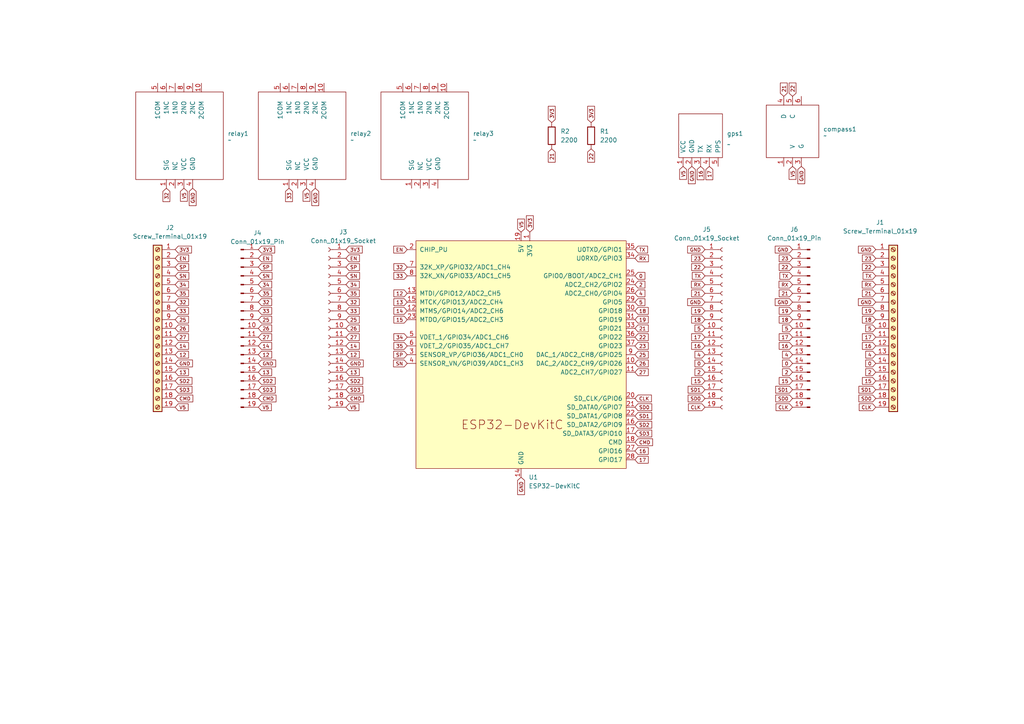
<source format=kicad_sch>
(kicad_sch (version 20231120) (generator "eeschema") (generator_version "8.0")
  (paper "A4")
  (title_block (title "Принципиальная схема") (comment 1 "00.00.001") (comment 2 "Козьмин А."))
  (lib_symbols
    (symbol "Connector:Conn_01x19_Pin" (pin_names (offset 1.016) hide)
      (property "Reference" "J" (at 0 25.4 0))
      (property "Value" "Conn_01x19_Pin" (at 0 -25.4 0))
      (symbol "Conn_01x19_Pin_1_1"
        (polyline (pts (xy 1.27 -22.86) (xy 0.8636 -22.86)) (stroke (width 0.1524)))
        (polyline (pts (xy 1.27 -20.32) (xy 0.8636 -20.32)) (stroke (width 0.1524)))
        (polyline (pts (xy 1.27 -17.78) (xy 0.8636 -17.78)) (stroke (width 0.1524)))
        (polyline (pts (xy 1.27 -15.24) (xy 0.8636 -15.24)) (stroke (width 0.1524)))
        (polyline (pts (xy 1.27 -12.7) (xy 0.8636 -12.7)) (stroke (width 0.1524)))
        (polyline (pts (xy 1.27 -10.16) (xy 0.8636 -10.16)) (stroke (width 0.1524)))
        (polyline (pts (xy 1.27 -7.62) (xy 0.8636 -7.62)) (stroke (width 0.1524)))
        (polyline (pts (xy 1.27 -5.08) (xy 0.8636 -5.08)) (stroke (width 0.1524)))
        (polyline (pts (xy 1.27 -2.54) (xy 0.8636 -2.54)) (stroke (width 0.1524)))
        (polyline (pts (xy 1.27 0) (xy 0.8636 0)) (stroke (width 0.1524)))
        (polyline (pts (xy 1.27 2.54) (xy 0.8636 2.54)) (stroke (width 0.1524)))
        (polyline (pts (xy 1.27 5.08) (xy 0.8636 5.08)) (stroke (width 0.1524)))
        (polyline (pts (xy 1.27 7.62) (xy 0.8636 7.62)) (stroke (width 0.1524)))
        (polyline (pts (xy 1.27 10.16) (xy 0.8636 10.16)) (stroke (width 0.1524)))
        (polyline (pts (xy 1.27 12.7) (xy 0.8636 12.7)) (stroke (width 0.1524)))
        (polyline (pts (xy 1.27 15.24) (xy 0.8636 15.24)) (stroke (width 0.1524)))
        (polyline (pts (xy 1.27 17.78) (xy 0.8636 17.78)) (stroke (width 0.1524)))
        (polyline (pts (xy 1.27 20.32) (xy 0.8636 20.32)) (stroke (width 0.1524)))
        (polyline (pts (xy 1.27 22.86) (xy 0.8636 22.86)) (stroke (width 0.1524)))
        (rectangle (start 0.8636 -22.733) (end 0 -22.987) (stroke (width 0.1524)) (fill (type outline)))
        (rectangle (start 0.8636 -20.193) (end 0 -20.447) (stroke (width 0.1524)) (fill (type outline)))
        (rectangle (start 0.8636 -17.653) (end 0 -17.907) (stroke (width 0.1524)) (fill (type outline)))
        (rectangle (start 0.8636 -15.113) (end 0 -15.367) (stroke (width 0.1524)) (fill (type outline)))
        (rectangle (start 0.8636 -12.573) (end 0 -12.827) (stroke (width 0.1524)) (fill (type outline)))
        (rectangle (start 0.8636 -10.033) (end 0 -10.287) (stroke (width 0.1524)) (fill (type outline)))
        (rectangle (start 0.8636 -7.493) (end 0 -7.747) (stroke (width 0.1524)) (fill (type outline)))
        (rectangle (start 0.8636 -4.953) (end 0 -5.207) (stroke (width 0.1524)) (fill (type outline)))
        (rectangle (start 0.8636 -2.413) (end 0 -2.667) (stroke (width 0.1524)) (fill (type outline)))
        (rectangle (start 0.8636 0.127) (end 0 -0.127) (stroke (width 0.1524)) (fill (type outline)))
        (rectangle (start 0.8636 2.667) (end 0 2.413) (stroke (width 0.1524)) (fill (type outline)))
        (rectangle (start 0.8636 5.207) (end 0 4.953) (stroke (width 0.1524)) (fill (type outline)))
        (rectangle (start 0.8636 7.747) (end 0 7.493) (stroke (width 0.1524)) (fill (type outline)))
        (rectangle (start 0.8636 10.287) (end 0 10.033) (stroke (width 0.1524)) (fill (type outline)))
        (rectangle (start 0.8636 12.827) (end 0 12.573) (stroke (width 0.1524)) (fill (type outline)))
        (rectangle (start 0.8636 15.367) (end 0 15.113) (stroke (width 0.1524)) (fill (type outline)))
        (rectangle (start 0.8636 17.907) (end 0 17.653) (stroke (width 0.1524)) (fill (type outline)))
        (rectangle (start 0.8636 20.447) (end 0 20.193) (stroke (width 0.1524)) (fill (type outline)))
        (rectangle (start 0.8636 22.987) (end 0 22.733) (stroke (width 0.1524)) (fill (type outline)))
        (pin passive line (at 5.08 22.86 180) (length 3.81) (name "Pin_1") (number "1"))
        (pin passive line (at 5.08 0 180) (length 3.81) (name "Pin_10") (number "10"))
        (pin passive line (at 5.08 -2.54 180) (length 3.81) (name "Pin_11") (number "11"))
        (pin passive line (at 5.08 -5.08 180) (length 3.81) (name "Pin_12") (number "12"))
        (pin passive line (at 5.08 -7.62 180) (length 3.81) (name "Pin_13") (number "13"))
        (pin passive line (at 5.08 -10.16 180) (length 3.81) (name "Pin_14") (number "14"))
        (pin passive line (at 5.08 -12.7 180) (length 3.81) (name "Pin_15") (number "15"))
        (pin passive line (at 5.08 -15.24 180) (length 3.81) (name "Pin_16") (number "16"))
        (pin passive line (at 5.08 -17.78 180) (length 3.81) (name "Pin_17") (number "17"))
        (pin passive line (at 5.08 -20.32 180) (length 3.81) (name "Pin_18") (number "18"))
        (pin passive line (at 5.08 -22.86 180) (length 3.81) (name "Pin_19") (number "19"))
        (pin passive line (at 5.08 20.32 180) (length 3.81) (name "Pin_2") (number "2"))
        (pin passive line (at 5.08 17.78 180) (length 3.81) (name "Pin_3") (number "3"))
        (pin passive line (at 5.08 15.24 180) (length 3.81) (name "Pin_4") (number "4"))
        (pin passive line (at 5.08 12.7 180) (length 3.81) (name "Pin_5") (number "5"))
        (pin passive line (at 5.08 10.16 180) (length 3.81) (name "Pin_6") (number "6"))
        (pin passive line (at 5.08 7.62 180) (length 3.81) (name "Pin_7") (number "7"))
        (pin passive line (at 5.08 5.08 180) (length 3.81) (name "Pin_8") (number "8"))
        (pin passive line (at 5.08 2.54 180) (length 3.81) (name "Pin_9") (number "9"))
      )
    )
    (symbol "Connector:Conn_01x19_Socket" (pin_names (offset 1.016) hide)
      (property "Reference" "J" (at 0 25.4 0))
      (property "Value" "Conn_01x19_Socket" (at 0 -25.4 0))
      (symbol "Conn_01x19_Socket_1_1"
        (arc (start 0 -22.352) (mid -0.5058 -22.86) (end 0 -23.368) (stroke (width 0.1524)))
        (arc (start 0 -19.812) (mid -0.5058 -20.32) (end 0 -20.828) (stroke (width 0.1524)))
        (arc (start 0 -17.272) (mid -0.5058 -17.78) (end 0 -18.288) (stroke (width 0.1524)))
        (arc (start 0 -14.732) (mid -0.5058 -15.24) (end 0 -15.748) (stroke (width 0.1524)))
        (arc (start 0 -12.192) (mid -0.5058 -12.7) (end 0 -13.208) (stroke (width 0.1524)))
        (arc (start 0 -9.652) (mid -0.5058 -10.16) (end 0 -10.668) (stroke (width 0.1524)))
        (arc (start 0 -7.112) (mid -0.5058 -7.62) (end 0 -8.128) (stroke (width 0.1524)))
        (arc (start 0 -4.572) (mid -0.5058 -5.08) (end 0 -5.588) (stroke (width 0.1524)))
        (arc (start 0 -2.032) (mid -0.5058 -2.54) (end 0 -3.048) (stroke (width 0.1524)))
        (polyline (pts (xy -1.27 -22.86) (xy -0.508 -22.86)) (stroke (width 0.1524)))
        (polyline (pts (xy -1.27 -20.32) (xy -0.508 -20.32)) (stroke (width 0.1524)))
        (polyline (pts (xy -1.27 -17.78) (xy -0.508 -17.78)) (stroke (width 0.1524)))
        (polyline (pts (xy -1.27 -15.24) (xy -0.508 -15.24)) (stroke (width 0.1524)))
        (polyline (pts (xy -1.27 -12.7) (xy -0.508 -12.7)) (stroke (width 0.1524)))
        (polyline (pts (xy -1.27 -10.16) (xy -0.508 -10.16)) (stroke (width 0.1524)))
        (polyline (pts (xy -1.27 -7.62) (xy -0.508 -7.62)) (stroke (width 0.1524)))
        (polyline (pts (xy -1.27 -5.08) (xy -0.508 -5.08)) (stroke (width 0.1524)))
        (polyline (pts (xy -1.27 -2.54) (xy -0.508 -2.54)) (stroke (width 0.1524)))
        (polyline (pts (xy -1.27 0) (xy -0.508 0)) (stroke (width 0.1524)))
        (polyline (pts (xy -1.27 2.54) (xy -0.508 2.54)) (stroke (width 0.1524)))
        (polyline (pts (xy -1.27 5.08) (xy -0.508 5.08)) (stroke (width 0.1524)))
        (polyline (pts (xy -1.27 7.62) (xy -0.508 7.62)) (stroke (width 0.1524)))
        (polyline (pts (xy -1.27 10.16) (xy -0.508 10.16)) (stroke (width 0.1524)))
        (polyline (pts (xy -1.27 12.7) (xy -0.508 12.7)) (stroke (width 0.1524)))
        (polyline (pts (xy -1.27 15.24) (xy -0.508 15.24)) (stroke (width 0.1524)))
        (polyline (pts (xy -1.27 17.78) (xy -0.508 17.78)) (stroke (width 0.1524)))
        (polyline (pts (xy -1.27 20.32) (xy -0.508 20.32)) (stroke (width 0.1524)))
        (polyline (pts (xy -1.27 22.86) (xy -0.508 22.86)) (stroke (width 0.1524)))
        (arc (start 0 0.508) (mid -0.5058 0) (end 0 -0.508) (stroke (width 0.1524)))
        (arc (start 0 3.048) (mid -0.5058 2.54) (end 0 2.032) (stroke (width 0.1524)))
        (arc (start 0 5.588) (mid -0.5058 5.08) (end 0 4.572) (stroke (width 0.1524)))
        (arc (start 0 8.128) (mid -0.5058 7.62) (end 0 7.112) (stroke (width 0.1524)))
        (arc (start 0 10.668) (mid -0.5058 10.16) (end 0 9.652) (stroke (width 0.1524)))
        (arc (start 0 13.208) (mid -0.5058 12.7) (end 0 12.192) (stroke (width 0.1524)))
        (arc (start 0 15.748) (mid -0.5058 15.24) (end 0 14.732) (stroke (width 0.1524)))
        (arc (start 0 18.288) (mid -0.5058 17.78) (end 0 17.272) (stroke (width 0.1524)))
        (arc (start 0 20.828) (mid -0.5058 20.32) (end 0 19.812) (stroke (width 0.1524)))
        (arc (start 0 23.368) (mid -0.5058 22.86) (end 0 22.352) (stroke (width 0.1524)))
        (pin passive line (at -5.08 22.86 0) (length 3.81) (name "Pin_1") (number "1"))
        (pin passive line (at -5.08 0 0) (length 3.81) (name "Pin_10") (number "10"))
        (pin passive line (at -5.08 -2.54 0) (length 3.81) (name "Pin_11") (number "11"))
        (pin passive line (at -5.08 -5.08 0) (length 3.81) (name "Pin_12") (number "12"))
        (pin passive line (at -5.08 -7.62 0) (length 3.81) (name "Pin_13") (number "13"))
        (pin passive line (at -5.08 -10.16 0) (length 3.81) (name "Pin_14") (number "14"))
        (pin passive line (at -5.08 -12.7 0) (length 3.81) (name "Pin_15") (number "15"))
        (pin passive line (at -5.08 -15.24 0) (length 3.81) (name "Pin_16") (number "16"))
        (pin passive line (at -5.08 -17.78 0) (length 3.81) (name "Pin_17") (number "17"))
        (pin passive line (at -5.08 -20.32 0) (length 3.81) (name "Pin_18") (number "18"))
        (pin passive line (at -5.08 -22.86 0) (length 3.81) (name "Pin_19") (number "19"))
        (pin passive line (at -5.08 20.32 0) (length 3.81) (name "Pin_2") (number "2"))
        (pin passive line (at -5.08 17.78 0) (length 3.81) (name "Pin_3") (number "3"))
        (pin passive line (at -5.08 15.24 0) (length 3.81) (name "Pin_4") (number "4"))
        (pin passive line (at -5.08 12.7 0) (length 3.81) (name "Pin_5") (number "5"))
        (pin passive line (at -5.08 10.16 0) (length 3.81) (name "Pin_6") (number "6"))
        (pin passive line (at -5.08 7.62 0) (length 3.81) (name "Pin_7") (number "7"))
        (pin passive line (at -5.08 5.08 0) (length 3.81) (name "Pin_8") (number "8"))
        (pin passive line (at -5.08 2.54 0) (length 3.81) (name "Pin_9") (number "9"))
      )
    )
    (symbol "Connector:Screw_Terminal_01x19" (pin_names (offset 1.016) hide)
      (property "Reference" "J" (at 0 25.4 0))
      (property "Value" "Screw_Terminal_01x19" (at 0 -25.4 0))
      (symbol "Screw_Terminal_01x19_1_1"
        (rectangle (start -1.27 24.13) (end 1.27 -24.13) (stroke (width 0.254)) (fill (type background)))
        (circle (center 0 -22.86) (radius 0.635) (stroke (width 0.1524)))
        (circle (center 0 -20.32) (radius 0.635) (stroke (width 0.1524)))
        (circle (center 0 -17.78) (radius 0.635) (stroke (width 0.1524)))
        (circle (center 0 -15.24) (radius 0.635) (stroke (width 0.1524)))
        (circle (center 0 -12.7) (radius 0.635) (stroke (width 0.1524)))
        (circle (center 0 -10.16) (radius 0.635) (stroke (width 0.1524)))
        (circle (center 0 -7.62) (radius 0.635) (stroke (width 0.1524)))
        (circle (center 0 -5.08) (radius 0.635) (stroke (width 0.1524)))
        (circle (center 0 -2.54) (radius 0.635) (stroke (width 0.1524)))
        (polyline (pts (xy -0.5334 -22.5298) (xy 0.3302 -23.368)) (stroke (width 0.1524)))
        (polyline (pts (xy -0.5334 -19.9898) (xy 0.3302 -20.828)) (stroke (width 0.1524)))
        (polyline (pts (xy -0.5334 -17.4498) (xy 0.3302 -18.288)) (stroke (width 0.1524)))
        (polyline (pts (xy -0.5334 -14.9098) (xy 0.3302 -15.748)) (stroke (width 0.1524)))
        (polyline (pts (xy -0.5334 -12.3698) (xy 0.3302 -13.208)) (stroke (width 0.1524)))
        (polyline (pts (xy -0.5334 -9.8298) (xy 0.3302 -10.668)) (stroke (width 0.1524)))
        (polyline (pts (xy -0.5334 -7.2898) (xy 0.3302 -8.128)) (stroke (width 0.1524)))
        (polyline (pts (xy -0.5334 -4.7498) (xy 0.3302 -5.588)) (stroke (width 0.1524)))
        (polyline (pts (xy -0.5334 -2.2098) (xy 0.3302 -3.048)) (stroke (width 0.1524)))
        (polyline (pts (xy -0.5334 0.3302) (xy 0.3302 -0.508)) (stroke (width 0.1524)))
        (polyline (pts (xy -0.5334 2.8702) (xy 0.3302 2.032)) (stroke (width 0.1524)))
        (polyline (pts (xy -0.5334 5.4102) (xy 0.3302 4.572)) (stroke (width 0.1524)))
        (polyline (pts (xy -0.5334 7.9502) (xy 0.3302 7.112)) (stroke (width 0.1524)))
        (polyline (pts (xy -0.5334 10.4902) (xy 0.3302 9.652)) (stroke (width 0.1524)))
        (polyline (pts (xy -0.5334 13.0302) (xy 0.3302 12.192)) (stroke (width 0.1524)))
        (polyline (pts (xy -0.5334 15.5702) (xy 0.3302 14.732)) (stroke (width 0.1524)))
        (polyline (pts (xy -0.5334 18.1102) (xy 0.3302 17.272)) (stroke (width 0.1524)))
        (polyline (pts (xy -0.5334 20.6502) (xy 0.3302 19.812)) (stroke (width 0.1524)))
        (polyline (pts (xy -0.5334 23.1902) (xy 0.3302 22.352)) (stroke (width 0.1524)))
        (polyline (pts (xy -0.3556 -22.352) (xy 0.508 -23.1902)) (stroke (width 0.1524)))
        (polyline (pts (xy -0.3556 -19.812) (xy 0.508 -20.6502)) (stroke (width 0.1524)))
        (polyline (pts (xy -0.3556 -17.272) (xy 0.508 -18.1102)) (stroke (width 0.1524)))
        (polyline (pts (xy -0.3556 -14.732) (xy 0.508 -15.5702)) (stroke (width 0.1524)))
        (polyline (pts (xy -0.3556 -12.192) (xy 0.508 -13.0302)) (stroke (width 0.1524)))
        (polyline (pts (xy -0.3556 -9.652) (xy 0.508 -10.4902)) (stroke (width 0.1524)))
        (polyline (pts (xy -0.3556 -7.112) (xy 0.508 -7.9502)) (stroke (width 0.1524)))
        (polyline (pts (xy -0.3556 -4.572) (xy 0.508 -5.4102)) (stroke (width 0.1524)))
        (polyline (pts (xy -0.3556 -2.032) (xy 0.508 -2.8702)) (stroke (width 0.1524)))
        (polyline (pts (xy -0.3556 0.508) (xy 0.508 -0.3302)) (stroke (width 0.1524)))
        (polyline (pts (xy -0.3556 3.048) (xy 0.508 2.2098)) (stroke (width 0.1524)))
        (polyline (pts (xy -0.3556 5.588) (xy 0.508 4.7498)) (stroke (width 0.1524)))
        (polyline (pts (xy -0.3556 8.128) (xy 0.508 7.2898)) (stroke (width 0.1524)))
        (polyline (pts (xy -0.3556 10.668) (xy 0.508 9.8298)) (stroke (width 0.1524)))
        (polyline (pts (xy -0.3556 13.208) (xy 0.508 12.3698)) (stroke (width 0.1524)))
        (polyline (pts (xy -0.3556 15.748) (xy 0.508 14.9098)) (stroke (width 0.1524)))
        (polyline (pts (xy -0.3556 18.288) (xy 0.508 17.4498)) (stroke (width 0.1524)))
        (polyline (pts (xy -0.3556 20.828) (xy 0.508 19.9898)) (stroke (width 0.1524)))
        (polyline (pts (xy -0.3556 23.368) (xy 0.508 22.5298)) (stroke (width 0.1524)))
        (circle (center 0 0) (radius 0.635) (stroke (width 0.1524)))
        (circle (center 0 2.54) (radius 0.635) (stroke (width 0.1524)))
        (circle (center 0 5.08) (radius 0.635) (stroke (width 0.1524)))
        (circle (center 0 7.62) (radius 0.635) (stroke (width 0.1524)))
        (circle (center 0 10.16) (radius 0.635) (stroke (width 0.1524)))
        (circle (center 0 12.7) (radius 0.635) (stroke (width 0.1524)))
        (circle (center 0 15.24) (radius 0.635) (stroke (width 0.1524)))
        (circle (center 0 17.78) (radius 0.635) (stroke (width 0.1524)))
        (circle (center 0 20.32) (radius 0.635) (stroke (width 0.1524)))
        (circle (center 0 22.86) (radius 0.635) (stroke (width 0.1524)))
        (pin passive line (at -5.08 22.86 0) (length 3.81) (name "Pin_1") (number "1"))
        (pin passive line (at -5.08 0 0) (length 3.81) (name "Pin_10") (number "10"))
        (pin passive line (at -5.08 -2.54 0) (length 3.81) (name "Pin_11") (number "11"))
        (pin passive line (at -5.08 -5.08 0) (length 3.81) (name "Pin_12") (number "12"))
        (pin passive line (at -5.08 -7.62 0) (length 3.81) (name "Pin_13") (number "13"))
        (pin passive line (at -5.08 -10.16 0) (length 3.81) (name "Pin_14") (number "14"))
        (pin passive line (at -5.08 -12.7 0) (length 3.81) (name "Pin_15") (number "15"))
        (pin passive line (at -5.08 -15.24 0) (length 3.81) (name "Pin_16") (number "16"))
        (pin passive line (at -5.08 -17.78 0) (length 3.81) (name "Pin_17") (number "17"))
        (pin passive line (at -5.08 -20.32 0) (length 3.81) (name "Pin_18") (number "18"))
        (pin passive line (at -5.08 -22.86 0) (length 3.81) (name "Pin_19") (number "19"))
        (pin passive line (at -5.08 20.32 0) (length 3.81) (name "Pin_2") (number "2"))
        (pin passive line (at -5.08 17.78 0) (length 3.81) (name "Pin_3") (number "3"))
        (pin passive line (at -5.08 15.24 0) (length 3.81) (name "Pin_4") (number "4"))
        (pin passive line (at -5.08 12.7 0) (length 3.81) (name "Pin_5") (number "5"))
        (pin passive line (at -5.08 10.16 0) (length 3.81) (name "Pin_6") (number "6"))
        (pin passive line (at -5.08 7.62 0) (length 3.81) (name "Pin_7") (number "7"))
        (pin passive line (at -5.08 5.08 0) (length 3.81) (name "Pin_8") (number "8"))
        (pin passive line (at -5.08 2.54 0) (length 3.81) (name "Pin_9") (number "9"))
      )
    )
    (symbol "Device:R" (pin_numbers hide) (pin_names (offset 0))
      (property "Reference" "R" (at 2.032 0 90))
      (property "Value" "R" (at 0 0 90))
      (symbol "R_0_1"
        (rectangle (start -1.016 -2.54) (end 1.016 2.54) (stroke (width 0.254)))
      )
      (symbol "R_1_1"
        (pin passive line (at 0 3.81 270) (length 1.27) (name "~") (number "1"))
        (pin passive line (at 0 -3.81 90) (length 1.27) (name "~") (number "2"))
      )
    )
    (symbol "PCM_Espressif:ESP32-DevKitC" (pin_names (offset 1.016))
      (property "Reference" "U" (at -30.48 38.1 0))
      (property "Value" "ESP32-DevKitC" (at -30.48 35.56 0))
      (symbol "ESP32-DevKitC_0_0"
        (text "ESP32-DevKitC" (at -2.54 -20.32 0) (effects (font (size 2.54 2.54))))
        (pin power_in line (at 0 -35.56 90) (length 2.54) (name "GND") (number "14"))
        (pin power_in line (at 0 35.56 270) (length 2.54) (name "5V") (number "19"))
      )
      (symbol "ESP32-DevKitC_0_1"
        (rectangle (start -30.48 33.02) (end 30.48 -33.02) (fill (type background)))
      )
      (symbol "ESP32-DevKitC_1_1"
        (pin power_in line (at 2.54 35.56 270) (length 2.54) (name "3V3") (number "1"))
        (pin bidirectional line (at 33.02 -2.54 180) (length 2.54) (name "DAC_2/ADC2_CH9/GPIO26") (number "10"))
        (pin bidirectional line (at 33.02 -5.08 180) (length 2.54) (name "ADC2_CH7/GPIO27") (number "11"))
        (pin bidirectional line (at -33.02 12.7 0) (length 2.54) (name "MTMS/GPIO14/ADC2_CH6") (number "12"))
        (pin bidirectional line (at -33.02 17.78 0) (length 2.54) (name "MTDI/GPIO12/ADC2_CH5") (number "13"))
        (pin bidirectional line (at -33.02 15.24 0) (length 2.54) (name "MTCK/GPIO13/ADC2_CH4") (number "15"))
        (pin bidirectional line (at 33.02 -20.32 180) (length 2.54) (name "SD_DATA2/GPIO9") (number "16"))
        (pin bidirectional line (at 33.02 -22.86 180) (length 2.54) (name "SD_DATA3/GPIO10") (number "17"))
        (pin bidirectional line (at 33.02 -25.4 180) (length 2.54) (name "CMD") (number "18"))
        (pin input line (at -33.02 30.48 0) (length 2.54) (name "CHIP_PU") (number "2"))
        (pin bidirectional line (at 33.02 -12.7 180) (length 2.54) (name "SD_CLK/GPIO6") (number "20"))
        (pin bidirectional line (at 33.02 -15.24 180) (length 2.54) (name "SD_DATA0/GPIO7") (number "21"))
        (pin bidirectional line (at 33.02 -17.78 180) (length 2.54) (name "SD_DATA1/GPIO8") (number "22"))
        (pin bidirectional line (at -33.02 10.16 0) (length 2.54) (name "MTDO/GPIO15/ADC2_CH3") (number "23"))
        (pin bidirectional line (at 33.02 20.32 180) (length 2.54) (name "ADC2_CH2/GPIO2") (number "24"))
        (pin bidirectional line (at 33.02 22.86 180) (length 2.54) (name "GPIO0/BOOT/ADC2_CH1") (number "25"))
        (pin bidirectional line (at 33.02 17.78 180) (length 2.54) (name "ADC2_CH0/GPIO4") (number "26"))
        (pin bidirectional line (at 33.02 -27.94 180) (length 2.54) (name "GPIO16") (number "27"))
        (pin bidirectional line (at 33.02 -30.48 180) (length 2.54) (name "GPIO17") (number "28"))
        (pin bidirectional line (at 33.02 15.24 180) (length 2.54) (name "GPIO5") (number "29"))
        (pin input line (at -33.02 0 0) (length 2.54) (name "SENSOR_VP/GPIO36/ADC1_CH0") (number "3"))
        (pin bidirectional line (at 33.02 12.7 180) (length 2.54) (name "GPIO18") (number "30"))
        (pin bidirectional line (at 33.02 10.16 180) (length 2.54) (name "GPIO19") (number "31"))
        (pin passive line (at 0 -35.56 90) (length 2.54) hide (name "GND") (number "32"))
        (pin bidirectional line (at 33.02 7.62 180) (length 2.54) (name "GPIO21") (number "33"))
        (pin bidirectional line (at 33.02 27.94 180) (length 2.54) (name "U0RXD/GPIO3") (number "34"))
        (pin bidirectional line (at 33.02 30.48 180) (length 2.54) (name "U0TXD/GPIO1") (number "35"))
        (pin bidirectional line (at 33.02 5.08 180) (length 2.54) (name "GPIO22") (number "36"))
        (pin bidirectional line (at 33.02 2.54 180) (length 2.54) (name "GPIO23") (number "37"))
        (pin passive line (at 0 -35.56 90) (length 2.54) hide (name "GND") (number "38"))
        (pin input line (at -33.02 -2.54 0) (length 2.54) (name "SENSOR_VN/GPIO39/ADC1_CH3") (number "4"))
        (pin input line (at -33.02 5.08 0) (length 2.54) (name "VDET_1/GPIO34/ADC1_CH6") (number "5"))
        (pin input line (at -33.02 2.54 0) (length 2.54) (name "VDET_2/GPIO35/ADC1_CH7") (number "6"))
        (pin bidirectional line (at -33.02 25.4 0) (length 2.54) (name "32K_XP/GPIO32/ADC1_CH4") (number "7"))
        (pin bidirectional line (at -33.02 22.86 0) (length 2.54) (name "32K_XN/GPIO33/ADC1_CH5") (number "8"))
        (pin bidirectional line (at 33.02 0 180) (length 2.54) (name "DAC_1/ADC2_CH8/GPIO25") (number "9"))
      )
    )
    (symbol "slon_modules:compass" (pin_names (offset 2.54))
      (property "Reference" "U" (at -8.382 -7.366 0))
      (symbol "compass_0_1"
        (rectangle (start 7.62 0) (end -7.62 15.24))
      )
      (symbol "compass_1_1"
        (pin passive line (at -2.54 -2.54 90) (length 2.54) (name "") (number "1"))
        (pin power_in line (at 0 -2.54 90) (length 2.54) (name "V") (number "2"))
        (pin power_in line (at 2.54 -2.54 90) (length 2.54) (name "G") (number "3"))
        (pin bidirectional line (at -2.54 17.78 270) (length 2.54) (name "D") (number "4"))
        (pin bidirectional line (at 0 17.78 270) (length 2.54) (name "C") (number "5"))
        (pin passive line (at 2.54 17.78 270) (length 2.54) (name "") (number "6"))
      )
    )
    (symbol "slon_modules:gps" (pin_names (offset 1.27))
      (property "Reference" "gps" (at 6.096 14.732 0))
      (symbol "gps_0_1"
        (rectangle (start 0 12.7) (end 12.7 0))
      )
      (symbol "gps_1_1"
        (pin power_in line (at 1.27 -2.54 90) (length 2.54) (name "VCC") (number "1"))
        (pin power_in line (at 3.81 -2.54 90) (length 2.54) (name "GND") (number "2"))
        (pin output line (at 6.35 -2.54 90) (length 2.54) (name "TX") (number "3"))
        (pin input line (at 8.89 -2.54 90) (length 2.54) (name "RX") (number "4"))
        (pin passive line (at 11.43 -2.54 90) (length 2.54) (name "PPS") (number "5"))
      )
    )
    (symbol "slon_modules:relay" (pin_names (offset 2.54))
      (property "Reference" "relay" (at 0 12.446 0))
      (symbol "relay_0_1"
        (rectangle (start -12.7 25.4) (end 12.7 0))
      )
      (symbol "relay_1_1"
        (pin input line (at -3.81 -2.54 90) (length 2.54) (name "SIG") (number "1"))
        (pin power_in line (at 6.35 27.94 270) (length 2.54) (name "2COM") (number "10"))
        (pin passive line (at -1.27 -2.54 90) (length 2.54) (name "NC") (number "2"))
        (pin power_in line (at 1.27 -2.54 90) (length 2.54) (name "VCC") (number "3"))
        (pin power_in line (at 3.81 -2.54 90) (length 2.54) (name "GND") (number "4"))
        (pin power_in line (at -6.35 27.94 270) (length 2.54) (name "1COM") (number "5"))
        (pin power_out line (at -3.81 27.94 270) (length 2.54) (name "1NC") (number "6"))
        (pin power_out line (at -1.27 27.94 270) (length 2.54) (name "1NO") (number "7"))
        (pin power_out line (at 1.27 27.94 270) (length 2.54) (name "2NO") (number "8"))
        (pin power_out line (at 3.81 27.94 270) (length 2.54) (name "2NC") (number "9"))
      )
    )
  )
  (global_label "12" (shape input) (at 50.8 102.87 0) (effects (font (size 1.016 1.016))) (property "Intersheetrefs" "${INTERSHEET_REFS}" (effects (hide yes))))
  (global_label "21" (shape input) (at 160.02 43.18 270) (effects (font (size 1.016 1.016))) (property "Intersheetrefs" "${INTERSHEET_REFS}" (effects (hide yes))))
  (global_label "4" (shape input) (at 229.87 102.87 180) (effects (font (size 1.016 1.016))) (property "Intersheetrefs" "${INTERSHEET_REFS}" (effects (hide yes))))
  (global_label "2" (shape input) (at 229.87 107.95 180) (effects (font (size 1.016 1.016))) (property "Intersheetrefs" "${INTERSHEET_REFS}" (effects (hide yes))))
  (global_label "EN" (shape input) (at 74.93 74.93 0) (effects (font (size 1.016 1.016))) (property "Intersheetrefs" "${INTERSHEET_REFS}" (effects (hide yes))))
  (global_label "SD1" (shape input) (at 229.87 113.03 180) (effects (font (size 1.016 1.016))) (property "Intersheetrefs" "${INTERSHEET_REFS}" (effects (hide yes))))
  (global_label "3V3" (shape input) (at 153.67 67.31 90) (effects (font (size 1.016 1.016))) (property "Intersheetrefs" "${INTERSHEET_REFS}" (effects (hide yes))))
  (global_label "SD2" (shape input) (at 50.8 110.49 0) (effects (font (size 1.016 1.016))) (property "Intersheetrefs" "${INTERSHEET_REFS}" (effects (hide yes))))
  (global_label "14" (shape input) (at 118.11 90.17 180) (effects (font (size 1.016 1.016))) (property "Intersheetrefs" "${INTERSHEET_REFS}" (effects (hide yes))))
  (global_label "4" (shape input) (at 254 102.87 180) (effects (font (size 1.016 1.016))) (property "Intersheetrefs" "${INTERSHEET_REFS}" (effects (hide yes))))
  (global_label "21" (shape input) (at 254 85.09 180) (effects (font (size 1.016 1.016))) (property "Intersheetrefs" "${INTERSHEET_REFS}" (effects (hide yes))))
  (global_label "V5" (shape input) (at 88.9 54.61 270) (effects (font (size 1.016 1.016))) (property "Intersheetrefs" "${INTERSHEET_REFS}" (effects (hide yes))))
  (global_label "SD0" (shape input) (at 254 115.57 180) (effects (font (size 1.016 1.016))) (property "Intersheetrefs" "${INTERSHEET_REFS}" (effects (hide yes))))
  (global_label "SD2" (shape input) (at 100.33 110.49 0) (effects (font (size 1.016 1.016))) (property "Intersheetrefs" "${INTERSHEET_REFS}" (effects (hide yes))))
  (global_label "18" (shape input) (at 229.87 92.71 180) (effects (font (size 1.016 1.016))) (property "Intersheetrefs" "${INTERSHEET_REFS}" (effects (hide yes))))
  (global_label "0" (shape input) (at 204.47 105.41 180) (effects (font (size 1.016 1.016))) (property "Intersheetrefs" "${INTERSHEET_REFS}" (effects (hide yes))))
  (global_label "25" (shape input) (at 50.8 92.71 0) (effects (font (size 1.016 1.016))) (property "Intersheetrefs" "${INTERSHEET_REFS}" (effects (hide yes))))
  (global_label "SD2" (shape input) (at 184.15 123.19 0) (effects (font (size 1.016 1.016))) (property "Intersheetrefs" "${INTERSHEET_REFS}" (effects (hide yes))))
  (global_label "15" (shape input) (at 204.47 110.49 180) (effects (font (size 1.016 1.016))) (property "Intersheetrefs" "${INTERSHEET_REFS}" (effects (hide yes))))
  (global_label "CMD" (shape input) (at 50.8 115.57 0) (effects (font (size 1.016 1.016))) (property "Intersheetrefs" "${INTERSHEET_REFS}" (effects (hide yes))))
  (global_label "16" (shape input) (at 203.2 48.26 270) (effects (font (size 1.016 1.016))) (property "Intersheetrefs" "${INTERSHEET_REFS}" (effects (hide yes))))
  (global_label "33" (shape input) (at 100.33 90.17 0) (effects (font (size 1.016 1.016))) (property "Intersheetrefs" "${INTERSHEET_REFS}" (effects (hide yes))))
  (global_label "SN" (shape input) (at 100.33 80.01 0) (effects (font (size 1.016 1.016))) (property "Intersheetrefs" "${INTERSHEET_REFS}" (effects (hide yes))))
  (global_label "25" (shape input) (at 184.15 102.87 0) (effects (font (size 1.016 1.016))) (property "Intersheetrefs" "${INTERSHEET_REFS}" (effects (hide yes))))
  (global_label "17" (shape input) (at 204.47 97.79 180) (effects (font (size 1.016 1.016))) (property "Intersheetrefs" "${INTERSHEET_REFS}" (effects (hide yes))))
  (global_label "TX" (shape input) (at 229.87 80.01 180) (effects (font (size 1.016 1.016))) (property "Intersheetrefs" "${INTERSHEET_REFS}" (effects (hide yes))))
  (global_label "3V3" (shape input) (at 100.33 72.39 0) (effects (font (size 1.016 1.016))) (property "Intersheetrefs" "${INTERSHEET_REFS}" (effects (hide yes))))
  (global_label "35" (shape input) (at 74.93 85.09 0) (effects (font (size 1.016 1.016))) (property "Intersheetrefs" "${INTERSHEET_REFS}" (effects (hide yes))))
  (global_label "21" (shape input) (at 184.15 95.25 0) (effects (font (size 1.016 1.016))) (property "Intersheetrefs" "${INTERSHEET_REFS}" (effects (hide yes))))
  (global_label "GND" (shape input) (at 100.33 105.41 0) (effects (font (size 1.016 1.016))) (property "Intersheetrefs" "${INTERSHEET_REFS}" (effects (hide yes))))
  (global_label "26" (shape input) (at 50.8 95.25 0) (effects (font (size 1.016 1.016))) (property "Intersheetrefs" "${INTERSHEET_REFS}" (effects (hide yes))))
  (global_label "V5" (shape input) (at 100.33 118.11 0) (effects (font (size 1.016 1.016))) (property "Intersheetrefs" "${INTERSHEET_REFS}" (effects (hide yes))))
  (global_label "23" (shape input) (at 184.15 100.33 0) (effects (font (size 1.016 1.016))) (property "Intersheetrefs" "${INTERSHEET_REFS}" (effects (hide yes))))
  (global_label "EN" (shape input) (at 100.33 74.93 0) (effects (font (size 1.016 1.016))) (property "Intersheetrefs" "${INTERSHEET_REFS}" (effects (hide yes))))
  (global_label "22" (shape input) (at 171.45 43.18 270) (effects (font (size 1.016 1.016))) (property "Intersheetrefs" "${INTERSHEET_REFS}" (effects (hide yes))))
  (global_label "13" (shape input) (at 100.33 107.95 0) (effects (font (size 1.016 1.016))) (property "Intersheetrefs" "${INTERSHEET_REFS}" (effects (hide yes))))
  (global_label "CMD" (shape input) (at 74.93 115.57 0) (effects (font (size 1.016 1.016))) (property "Intersheetrefs" "${INTERSHEET_REFS}" (effects (hide yes))))
  (global_label "0" (shape input) (at 254 105.41 180) (effects (font (size 1.016 1.016))) (property "Intersheetrefs" "${INTERSHEET_REFS}" (effects (hide yes))))
  (global_label "3V3" (shape input) (at 74.93 72.39 0) (effects (font (size 1.016 1.016))) (property "Intersheetrefs" "${INTERSHEET_REFS}" (effects (hide yes))))
  (global_label "22" (shape input) (at 229.87 77.47 180) (effects (font (size 1.016 1.016))) (property "Intersheetrefs" "${INTERSHEET_REFS}" (effects (hide yes))))
  (global_label "GND" (shape input) (at 229.87 87.63 180) (effects (font (size 1.016 1.016))) (property "Intersheetrefs" "${INTERSHEET_REFS}" (effects (hide yes))))
  (global_label "16" (shape input) (at 254 100.33 180) (effects (font (size 1.016 1.016))) (property "Intersheetrefs" "${INTERSHEET_REFS}" (effects (hide yes))))
  (global_label "SN" (shape input) (at 118.11 105.41 180) (effects (font (size 1.016 1.016))) (property "Intersheetrefs" "${INTERSHEET_REFS}" (effects (hide yes))))
  (global_label "5" (shape input) (at 254 95.25 180) (effects (font (size 1.016 1.016))) (property "Intersheetrefs" "${INTERSHEET_REFS}" (effects (hide yes))))
  (global_label "32" (shape input) (at 48.26 54.61 270) (effects (font (size 1.016 1.016))) (property "Intersheetrefs" "${INTERSHEET_REFS}" (effects (hide yes))))
  (global_label "3V3" (shape input) (at 160.02 35.56 90) (effects (font (size 1.016 1.016))) (property "Intersheetrefs" "${INTERSHEET_REFS}" (effects (hide yes))))
  (global_label "CMD" (shape input) (at 100.33 115.57 0) (effects (font (size 1.016 1.016))) (property "Intersheetrefs" "${INTERSHEET_REFS}" (effects (hide yes))))
  (global_label "22" (shape input) (at 184.15 97.79 0) (effects (font (size 1.016 1.016))) (property "Intersheetrefs" "${INTERSHEET_REFS}" (effects (hide yes))))
  (global_label "GND" (shape input) (at 50.8 105.41 0) (effects (font (size 1.016 1.016))) (property "Intersheetrefs" "${INTERSHEET_REFS}" (effects (hide yes))))
  (global_label "17" (shape input) (at 184.15 133.35 0) (effects (font (size 1.016 1.016))) (property "Intersheetrefs" "${INTERSHEET_REFS}" (effects (hide yes))))
  (global_label "RX" (shape input) (at 204.47 82.55 180) (effects (font (size 1.016 1.016))) (property "Intersheetrefs" "${INTERSHEET_REFS}" (effects (hide yes))))
  (global_label "12" (shape input) (at 100.33 102.87 0) (effects (font (size 1.016 1.016))) (property "Intersheetrefs" "${INTERSHEET_REFS}" (effects (hide yes))))
  (global_label "34" (shape input) (at 100.33 82.55 0) (effects (font (size 1.016 1.016))) (property "Intersheetrefs" "${INTERSHEET_REFS}" (effects (hide yes))))
  (global_label "3V3" (shape input) (at 171.45 35.56 90) (effects (font (size 1.016 1.016))) (property "Intersheetrefs" "${INTERSHEET_REFS}" (effects (hide yes))))
  (global_label "V5" (shape input) (at 229.87 48.26 270) (effects (font (size 1.016 1.016))) (property "Intersheetrefs" "${INTERSHEET_REFS}" (effects (hide yes))))
  (global_label "16" (shape input) (at 229.87 100.33 180) (effects (font (size 1.016 1.016))) (property "Intersheetrefs" "${INTERSHEET_REFS}" (effects (hide yes))))
  (global_label "18" (shape input) (at 204.47 92.71 180) (effects (font (size 1.016 1.016))) (property "Intersheetrefs" "${INTERSHEET_REFS}" (effects (hide yes))))
  (global_label "32" (shape input) (at 74.93 87.63 0) (effects (font (size 1.016 1.016))) (property "Intersheetrefs" "${INTERSHEET_REFS}" (effects (hide yes))))
  (global_label "EN" (shape input) (at 50.8 74.93 0) (effects (font (size 1.016 1.016))) (property "Intersheetrefs" "${INTERSHEET_REFS}" (effects (hide yes))))
  (global_label "14" (shape input) (at 100.33 100.33 0) (effects (font (size 1.016 1.016))) (property "Intersheetrefs" "${INTERSHEET_REFS}" (effects (hide yes))))
  (global_label "SD3" (shape input) (at 74.93 113.03 0) (effects (font (size 1.016 1.016))) (property "Intersheetrefs" "${INTERSHEET_REFS}" (effects (hide yes))))
  (global_label "2" (shape input) (at 204.47 107.95 180) (effects (font (size 1.016 1.016))) (property "Intersheetrefs" "${INTERSHEET_REFS}" (effects (hide yes))))
  (global_label "16" (shape input) (at 204.47 100.33 180) (effects (font (size 1.016 1.016))) (property "Intersheetrefs" "${INTERSHEET_REFS}" (effects (hide yes))))
  (global_label "23" (shape input) (at 254 74.93 180) (effects (font (size 1.016 1.016))) (property "Intersheetrefs" "${INTERSHEET_REFS}" (effects (hide yes))))
  (global_label "5" (shape input) (at 229.87 95.25 180) (effects (font (size 1.016 1.016))) (property "Intersheetrefs" "${INTERSHEET_REFS}" (effects (hide yes))))
  (global_label "SD1" (shape input) (at 184.15 120.65 0) (effects (font (size 1.016 1.016))) (property "Intersheetrefs" "${INTERSHEET_REFS}" (effects (hide yes))))
  (global_label "SD1" (shape input) (at 204.47 113.03 180) (effects (font (size 1.016 1.016))) (property "Intersheetrefs" "${INTERSHEET_REFS}" (effects (hide yes))))
  (global_label "GND" (shape input) (at 254 87.63 180) (effects (font (size 1.016 1.016))) (property "Intersheetrefs" "${INTERSHEET_REFS}" (effects (hide yes))))
  (global_label "27" (shape input) (at 50.8 97.79 0) (effects (font (size 1.016 1.016))) (property "Intersheetrefs" "${INTERSHEET_REFS}" (effects (hide yes))))
  (global_label "SN" (shape input) (at 50.8 80.01 0) (effects (font (size 1.016 1.016))) (property "Intersheetrefs" "${INTERSHEET_REFS}" (effects (hide yes))))
  (global_label "RX" (shape input) (at 254 82.55 180) (effects (font (size 1.016 1.016))) (property "Intersheetrefs" "${INTERSHEET_REFS}" (effects (hide yes))))
  (global_label "33" (shape input) (at 118.11 80.01 180) (effects (font (size 1.016 1.016))) (property "Intersheetrefs" "${INTERSHEET_REFS}" (effects (hide yes))))
  (global_label "22" (shape input) (at 229.87 27.94 90) (effects (font (size 1.016 1.016))) (property "Intersheetrefs" "${INTERSHEET_REFS}" (effects (hide yes))))
  (global_label "17" (shape input) (at 254 97.79 180) (effects (font (size 1.016 1.016))) (property "Intersheetrefs" "${INTERSHEET_REFS}" (effects (hide yes))))
  (global_label "2" (shape input) (at 184.15 82.55 0) (effects (font (size 1.016 1.016))) (property "Intersheetrefs" "${INTERSHEET_REFS}" (effects (hide yes))))
  (global_label "33" (shape input) (at 74.93 90.17 0) (effects (font (size 1.016 1.016))) (property "Intersheetrefs" "${INTERSHEET_REFS}" (effects (hide yes))))
  (global_label "CLK" (shape input) (at 184.15 115.57 0) (effects (font (size 1.016 1.016))) (property "Intersheetrefs" "${INTERSHEET_REFS}" (effects (hide yes))))
  (global_label "15" (shape input) (at 118.11 92.71 180) (effects (font (size 1.016 1.016))) (property "Intersheetrefs" "${INTERSHEET_REFS}" (effects (hide yes))))
  (global_label "0" (shape input) (at 184.15 80.01 0) (effects (font (size 1.016 1.016))) (property "Intersheetrefs" "${INTERSHEET_REFS}" (effects (hide yes))))
  (global_label "26" (shape input) (at 100.33 95.25 0) (effects (font (size 1.016 1.016))) (property "Intersheetrefs" "${INTERSHEET_REFS}" (effects (hide yes))))
  (global_label "TX" (shape input) (at 184.15 72.39 0) (effects (font (size 1.016 1.016))) (property "Intersheetrefs" "${INTERSHEET_REFS}" (effects (hide yes))))
  (global_label "13" (shape input) (at 50.8 107.95 0) (effects (font (size 1.016 1.016))) (property "Intersheetrefs" "${INTERSHEET_REFS}" (effects (hide yes))))
  (global_label "33" (shape input) (at 50.8 90.17 0) (effects (font (size 1.016 1.016))) (property "Intersheetrefs" "${INTERSHEET_REFS}" (effects (hide yes))))
  (global_label "27" (shape input) (at 184.15 107.95 0) (effects (font (size 1.016 1.016))) (property "Intersheetrefs" "${INTERSHEET_REFS}" (effects (hide yes))))
  (global_label "V5" (shape input) (at 50.8 118.11 0) (effects (font (size 1.016 1.016))) (property "Intersheetrefs" "${INTERSHEET_REFS}" (effects (hide yes))))
  (global_label "SD3" (shape input) (at 184.15 125.73 0) (effects (font (size 1.016 1.016))) (property "Intersheetrefs" "${INTERSHEET_REFS}" (effects (hide yes))))
  (global_label "SD0" (shape input) (at 229.87 115.57 180) (effects (font (size 1.016 1.016))) (property "Intersheetrefs" "${INTERSHEET_REFS}" (effects (hide yes))))
  (global_label "GND" (shape input) (at 151.13 138.43 270) (effects (font (size 1.016 1.016))) (property "Intersheetrefs" "${INTERSHEET_REFS}" (effects (hide yes))))
  (global_label "21" (shape input) (at 204.47 85.09 180) (effects (font (size 1.016 1.016))) (property "Intersheetrefs" "${INTERSHEET_REFS}" (effects (hide yes))))
  (global_label "21" (shape input) (at 227.33 27.94 90) (effects (font (size 1.016 1.016))) (property "Intersheetrefs" "${INTERSHEET_REFS}" (effects (hide yes))))
  (global_label "SD3" (shape input) (at 50.8 113.03 0) (effects (font (size 1.016 1.016))) (property "Intersheetrefs" "${INTERSHEET_REFS}" (effects (hide yes))))
  (global_label "5" (shape input) (at 204.47 95.25 180) (effects (font (size 1.016 1.016))) (property "Intersheetrefs" "${INTERSHEET_REFS}" (effects (hide yes))))
  (global_label "34" (shape input) (at 50.8 82.55 0) (effects (font (size 1.016 1.016))) (property "Intersheetrefs" "${INTERSHEET_REFS}" (effects (hide yes))))
  (global_label "GND" (shape input) (at 55.88 54.61 270) (effects (font (size 1.016 1.016))) (property "Intersheetrefs" "${INTERSHEET_REFS}" (effects (hide yes))))
  (global_label "25" (shape input) (at 100.33 92.71 0) (effects (font (size 1.016 1.016))) (property "Intersheetrefs" "${INTERSHEET_REFS}" (effects (hide yes))))
  (global_label "CLK" (shape input) (at 204.47 118.11 180) (effects (font (size 1.016 1.016))) (property "Intersheetrefs" "${INTERSHEET_REFS}" (effects (hide yes))))
  (global_label "16" (shape input) (at 184.15 130.81 0) (effects (font (size 1.016 1.016))) (property "Intersheetrefs" "${INTERSHEET_REFS}" (effects (hide yes))))
  (global_label "17" (shape input) (at 229.87 97.79 180) (effects (font (size 1.016 1.016))) (property "Intersheetrefs" "${INTERSHEET_REFS}" (effects (hide yes))))
  (global_label "19" (shape input) (at 184.15 92.71 0) (effects (font (size 1.016 1.016))) (property "Intersheetrefs" "${INTERSHEET_REFS}" (effects (hide yes))))
  (global_label "2" (shape input) (at 254 107.95 180) (effects (font (size 1.016 1.016))) (property "Intersheetrefs" "${INTERSHEET_REFS}" (effects (hide yes))))
  (global_label "34" (shape input) (at 74.93 82.55 0) (effects (font (size 1.016 1.016))) (property "Intersheetrefs" "${INTERSHEET_REFS}" (effects (hide yes))))
  (global_label "14" (shape input) (at 74.93 100.33 0) (effects (font (size 1.016 1.016))) (property "Intersheetrefs" "${INTERSHEET_REFS}" (effects (hide yes))))
  (global_label "32" (shape input) (at 100.33 87.63 0) (effects (font (size 1.016 1.016))) (property "Intersheetrefs" "${INTERSHEET_REFS}" (effects (hide yes))))
  (global_label "21" (shape input) (at 229.87 85.09 180) (effects (font (size 1.016 1.016))) (property "Intersheetrefs" "${INTERSHEET_REFS}" (effects (hide yes))))
  (global_label "SP" (shape input) (at 118.11 102.87 180) (effects (font (size 1.016 1.016))) (property "Intersheetrefs" "${INTERSHEET_REFS}" (effects (hide yes))))
  (global_label "EN" (shape input) (at 118.11 72.39 180) (effects (font (size 1.016 1.016))) (property "Intersheetrefs" "${INTERSHEET_REFS}" (effects (hide yes))))
  (global_label "SP" (shape input) (at 50.8 77.47 0) (effects (font (size 1.016 1.016))) (property "Intersheetrefs" "${INTERSHEET_REFS}" (effects (hide yes))))
  (global_label "22" (shape input) (at 254 77.47 180) (effects (font (size 1.016 1.016))) (property "Intersheetrefs" "${INTERSHEET_REFS}" (effects (hide yes))))
  (global_label "25" (shape input) (at 74.93 92.71 0) (effects (font (size 1.016 1.016))) (property "Intersheetrefs" "${INTERSHEET_REFS}" (effects (hide yes))))
  (global_label "TX" (shape input) (at 204.47 80.01 180) (effects (font (size 1.016 1.016))) (property "Intersheetrefs" "${INTERSHEET_REFS}" (effects (hide yes))))
  (global_label "26" (shape input) (at 184.15 105.41 0) (effects (font (size 1.016 1.016))) (property "Intersheetrefs" "${INTERSHEET_REFS}" (effects (hide yes))))
  (global_label "12" (shape input) (at 118.11 85.09 180) (effects (font (size 1.016 1.016))) (property "Intersheetrefs" "${INTERSHEET_REFS}" (effects (hide yes))))
  (global_label "RX" (shape input) (at 229.87 82.55 180) (effects (font (size 1.016 1.016))) (property "Intersheetrefs" "${INTERSHEET_REFS}" (effects (hide yes))))
  (global_label "27" (shape input) (at 74.93 97.79 0) (effects (font (size 1.016 1.016))) (property "Intersheetrefs" "${INTERSHEET_REFS}" (effects (hide yes))))
  (global_label "19" (shape input) (at 229.87 90.17 180) (effects (font (size 1.016 1.016))) (property "Intersheetrefs" "${INTERSHEET_REFS}" (effects (hide yes))))
  (global_label "0" (shape input) (at 229.87 105.41 180) (effects (font (size 1.016 1.016))) (property "Intersheetrefs" "${INTERSHEET_REFS}" (effects (hide yes))))
  (global_label "5" (shape input) (at 184.15 87.63 0) (effects (font (size 1.016 1.016))) (property "Intersheetrefs" "${INTERSHEET_REFS}" (effects (hide yes))))
  (global_label "32" (shape input) (at 118.11 77.47 180) (effects (font (size 1.016 1.016))) (property "Intersheetrefs" "${INTERSHEET_REFS}" (effects (hide yes))))
  (global_label "35" (shape input) (at 118.11 100.33 180) (effects (font (size 1.016 1.016))) (property "Intersheetrefs" "${INTERSHEET_REFS}" (effects (hide yes))))
  (global_label "33" (shape input) (at 83.82 54.61 270) (effects (font (size 1.016 1.016))) (property "Intersheetrefs" "${INTERSHEET_REFS}" (effects (hide yes))))
  (global_label "23" (shape input) (at 204.47 74.93 180) (effects (font (size 1.016 1.016))) (property "Intersheetrefs" "${INTERSHEET_REFS}" (effects (hide yes))))
  (global_label "SP" (shape input) (at 100.33 77.47 0) (effects (font (size 1.016 1.016))) (property "Intersheetrefs" "${INTERSHEET_REFS}" (effects (hide yes))))
  (global_label "V5" (shape input) (at 53.34 54.61 270) (effects (font (size 1.016 1.016))) (property "Intersheetrefs" "${INTERSHEET_REFS}" (effects (hide yes))))
  (global_label "12" (shape input) (at 74.93 102.87 0) (effects (font (size 1.016 1.016))) (property "Intersheetrefs" "${INTERSHEET_REFS}" (effects (hide yes))))
  (global_label "22" (shape input) (at 204.47 77.47 180) (effects (font (size 1.016 1.016))) (property "Intersheetrefs" "${INTERSHEET_REFS}" (effects (hide yes))))
  (global_label "SD0" (shape input) (at 184.15 118.11 0) (effects (font (size 1.016 1.016))) (property "Intersheetrefs" "${INTERSHEET_REFS}" (effects (hide yes))))
  (global_label "CMD" (shape input) (at 184.15 128.27 0) (effects (font (size 1.016 1.016))) (property "Intersheetrefs" "${INTERSHEET_REFS}" (effects (hide yes))))
  (global_label "32" (shape input) (at 50.8 87.63 0) (effects (font (size 1.016 1.016))) (property "Intersheetrefs" "${INTERSHEET_REFS}" (effects (hide yes))))
  (global_label "34" (shape input) (at 118.11 97.79 180) (effects (font (size 1.016 1.016))) (property "Intersheetrefs" "${INTERSHEET_REFS}" (effects (hide yes))))
  (global_label "GND" (shape input) (at 204.47 72.39 180) (effects (font (size 1.016 1.016))) (property "Intersheetrefs" "${INTERSHEET_REFS}" (effects (hide yes))))
  (global_label "18" (shape input) (at 184.15 90.17 0) (effects (font (size 1.016 1.016))) (property "Intersheetrefs" "${INTERSHEET_REFS}" (effects (hide yes))))
  (global_label "GND" (shape input) (at 74.93 105.41 0) (effects (font (size 1.016 1.016))) (property "Intersheetrefs" "${INTERSHEET_REFS}" (effects (hide yes))))
  (global_label "RX" (shape input) (at 184.15 74.93 0) (effects (font (size 1.016 1.016))) (property "Intersheetrefs" "${INTERSHEET_REFS}" (effects (hide yes))))
  (global_label "V5" (shape input) (at 151.13 67.31 90) (effects (font (size 1.016 1.016))) (property "Intersheetrefs" "${INTERSHEET_REFS}" (effects (hide yes))))
  (global_label "15" (shape input) (at 254 110.49 180) (effects (font (size 1.016 1.016))) (property "Intersheetrefs" "${INTERSHEET_REFS}" (effects (hide yes))))
  (global_label "3V3" (shape input) (at 50.8 72.39 0) (effects (font (size 1.016 1.016))) (property "Intersheetrefs" "${INTERSHEET_REFS}" (effects (hide yes))))
  (global_label "SD2" (shape input) (at 74.93 110.49 0) (effects (font (size 1.016 1.016))) (property "Intersheetrefs" "${INTERSHEET_REFS}" (effects (hide yes))))
  (global_label "15" (shape input) (at 229.87 110.49 180) (effects (font (size 1.016 1.016))) (property "Intersheetrefs" "${INTERSHEET_REFS}" (effects (hide yes))))
  (global_label "35" (shape input) (at 50.8 85.09 0) (effects (font (size 1.016 1.016))) (property "Intersheetrefs" "${INTERSHEET_REFS}" (effects (hide yes))))
  (global_label "GND" (shape input) (at 91.44 54.61 270) (effects (font (size 1.016 1.016))) (property "Intersheetrefs" "${INTERSHEET_REFS}" (effects (hide yes))))
  (global_label "13" (shape input) (at 74.93 107.95 0) (effects (font (size 1.016 1.016))) (property "Intersheetrefs" "${INTERSHEET_REFS}" (effects (hide yes))))
  (global_label "14" (shape input) (at 50.8 100.33 0) (effects (font (size 1.016 1.016))) (property "Intersheetrefs" "${INTERSHEET_REFS}" (effects (hide yes))))
  (global_label "35" (shape input) (at 100.33 85.09 0) (effects (font (size 1.016 1.016))) (property "Intersheetrefs" "${INTERSHEET_REFS}" (effects (hide yes))))
  (global_label "GND" (shape input) (at 254 72.39 180) (effects (font (size 1.016 1.016))) (property "Intersheetrefs" "${INTERSHEET_REFS}" (effects (hide yes))))
  (global_label "GND" (shape input) (at 204.47 87.63 180) (effects (font (size 1.016 1.016))) (property "Intersheetrefs" "${INTERSHEET_REFS}" (effects (hide yes))))
  (global_label "V5" (shape input) (at 198.12 48.26 270) (effects (font (size 1.016 1.016))) (property "Intersheetrefs" "${INTERSHEET_REFS}" (effects (hide yes))))
  (global_label "TX" (shape input) (at 254 80.01 180) (effects (font (size 1.016 1.016))) (property "Intersheetrefs" "${INTERSHEET_REFS}" (effects (hide yes))))
  (global_label "CLK" (shape input) (at 229.87 118.11 180) (effects (font (size 1.016 1.016))) (property "Intersheetrefs" "${INTERSHEET_REFS}" (effects (hide yes))))
  (global_label "GND" (shape input) (at 229.87 72.39 180) (effects (font (size 1.016 1.016))) (property "Intersheetrefs" "${INTERSHEET_REFS}" (effects (hide yes))))
  (global_label "4" (shape input) (at 204.47 102.87 180) (effects (font (size 1.016 1.016))) (property "Intersheetrefs" "${INTERSHEET_REFS}" (effects (hide yes))))
  (global_label "26" (shape input) (at 74.93 95.25 0) (effects (font (size 1.016 1.016))) (property "Intersheetrefs" "${INTERSHEET_REFS}" (effects (hide yes))))
  (global_label "V5" (shape input) (at 74.93 118.11 0) (effects (font (size 1.016 1.016))) (property "Intersheetrefs" "${INTERSHEET_REFS}" (effects (hide yes))))
  (global_label "19" (shape input) (at 254 90.17 180) (effects (font (size 1.016 1.016))) (property "Intersheetrefs" "${INTERSHEET_REFS}" (effects (hide yes))))
  (global_label "GND" (shape input) (at 232.41 48.26 270) (effects (font (size 1.016 1.016))) (property "Intersheetrefs" "${INTERSHEET_REFS}" (effects (hide yes))))
  (global_label "18" (shape input) (at 254 92.71 180) (effects (font (size 1.016 1.016))) (property "Intersheetrefs" "${INTERSHEET_REFS}" (effects (hide yes))))
  (global_label "17" (shape input) (at 205.74 48.26 270) (effects (font (size 1.016 1.016))) (property "Intersheetrefs" "${INTERSHEET_REFS}" (effects (hide yes))))
  (global_label "GND" (shape input) (at 200.66 48.26 270) (effects (font (size 1.016 1.016))) (property "Intersheetrefs" "${INTERSHEET_REFS}" (effects (hide yes))))
  (global_label "4" (shape input) (at 184.15 85.09 0) (effects (font (size 1.016 1.016))) (property "Intersheetrefs" "${INTERSHEET_REFS}" (effects (hide yes))))
  (global_label "SD3" (shape input) (at 100.33 113.03 0) (effects (font (size 1.016 1.016))) (property "Intersheetrefs" "${INTERSHEET_REFS}" (effects (hide yes))))
  (global_label "23" (shape input) (at 229.87 74.93 180) (effects (font (size 1.016 1.016))) (property "Intersheetrefs" "${INTERSHEET_REFS}" (effects (hide yes))))
  (global_label "27" (shape input) (at 100.33 97.79 0) (effects (font (size 1.016 1.016))) (property "Intersheetrefs" "${INTERSHEET_REFS}" (effects (hide yes))))
  (global_label "19" (shape input) (at 204.47 90.17 180) (effects (font (size 1.016 1.016))) (property "Intersheetrefs" "${INTERSHEET_REFS}" (effects (hide yes))))
  (global_label "SN" (shape input) (at 74.93 80.01 0) (effects (font (size 1.016 1.016))) (property "Intersheetrefs" "${INTERSHEET_REFS}" (effects (hide yes))))
  (global_label "SD1" (shape input) (at 254 113.03 180) (effects (font (size 1.016 1.016))) (property "Intersheetrefs" "${INTERSHEET_REFS}" (effects (hide yes))))
  (global_label "CLK" (shape input) (at 254 118.11 180) (effects (font (size 1.016 1.016))) (property "Intersheetrefs" "${INTERSHEET_REFS}" (effects (hide yes))))
  (global_label "SP" (shape input) (at 74.93 77.47 0) (effects (font (size 1.016 1.016))) (property "Intersheetrefs" "${INTERSHEET_REFS}" (effects (hide yes))))
  (global_label "SD0" (shape input) (at 204.47 115.57 180) (effects (font (size 1.016 1.016))) (property "Intersheetrefs" "${INTERSHEET_REFS}" (effects (hide yes))))
  (global_label "13" (shape input) (at 118.11 87.63 180) (effects (font (size 1.016 1.016))) (property "Intersheetrefs" "${INTERSHEET_REFS}" (effects (hide yes))))
  (symbol (lib_id "Connector:Conn_01x19_Pin") (at 69.85 95.25 0) (unit 1)
    (property "Reference" "J4" (at 74.676 67.564 0))
    (property "Value" "Conn_01x19_Pin" (at 74.676 70.104 0))
    (property "Footprint" "Connector_PinSocket_2.54mm:PinSocket_1x19_P2.54mm_Vertical" (effects (hide yes)))
    (property "Description" "Generic connector, single row, 01x19, script generated" (effects (hide yes)))
  )
  (symbol (lib_id "slon_modules:compass") (at 229.87 45.72 0) (unit 1)
    (property "Reference" "compass1" (at 238.76 37.4649 0) (effects (justify left)))
    (property "Value" "~" (at 238.76 39.37 0) (effects (justify left)))
    (property "Footprint" "slon_modules:compass" (effects (hide yes)))
  )
  (symbol (lib_id "slon_modules:relay") (at 123.19 52.07 0) (unit 1)
    (property "Reference" "relay3" (at 137.16 38.7349 0) (effects (justify left)))
    (property "Value" "~" (at 137.16 40.64 0) (effects (justify left)))
    (property "Footprint" "slon_modules:relay" (effects (hide yes)))
  )
  (symbol (lib_id "slon_modules:relay") (at 52.07 52.07 0) (unit 1)
    (property "Reference" "relay1" (at 66.04 38.7349 0) (effects (justify left)))
    (property "Value" "~" (at 66.04 40.64 0) (effects (justify left)))
    (property "Footprint" "slon_modules:relay" (effects (hide yes)))
  )
  (symbol (lib_id "slon_modules:relay") (at 87.63 52.07 0) (unit 1)
    (property "Reference" "relay2" (at 101.6 38.7349 0) (effects (justify left)))
    (property "Value" "~" (at 101.6 40.64 0) (effects (justify left)))
    (property "Footprint" "slon_modules:relay" (effects (hide yes)))
  )
  (symbol (lib_id "PCM_Espressif:ESP32-DevKitC") (at 151.13 102.87 0) (unit 1)
    (property "Reference" "U1" (at 153.3241 138.43 0) (effects (justify left)))
    (property "Value" "ESP32-DevKitC" (at 153.3241 140.97 0) (effects (justify left)))
    (property "Footprint" "PCM_Espressif:ESP32-DevKitC" (effects (hide yes)))
    (property "Datasheet" "https://docs.espressif.com/projects/esp-idf/zh_CN/latest/esp32/hw-reference/esp32/get-started-devkitc.html" (effects (hide yes)))
    (property "Description" "Development Kit" (effects (hide yes)))
  )
  (symbol (lib_id "Device:R") (at 171.45 39.37 0) (unit 1)
    (property "Reference" "R1" (at 173.99 38.0999 0) (effects (justify left)))
    (property "Value" "2200" (at 173.99 40.6399 0) (effects (justify left)))
    (property "Footprint" "slon_modules:r" (effects (hide yes)))
    (property "Description" "Resistor" (effects (hide yes)))
  )
  (symbol (lib_id "Connector:Screw_Terminal_01x19") (at 259.08 95.25 0) (unit 1)
    (property "Reference" "J1" (at 255.27 64.516 0))
    (property "Value" "Screw_Terminal_01x19" (at 255.27 67.056 0))
    (property "Footprint" "Connector_PinHeader_2.54mm:PinHeader_1x19_P2.54mm_Vertical" (effects (hide yes)))
    (property "Description" "Generic screw terminal, single row, 01x19, script generated (kicad-library-utils/schlib/autogen/connector/)" (effects (hide yes)))
  )
  (symbol (lib_id "Connector:Conn_01x19_Socket") (at 209.55 95.25 0) (unit 1)
    (property "Reference" "J5" (at 204.978 66.548 0))
    (property "Value" "Conn_01x19_Socket" (at 204.978 69.088 0))
    (property "Footprint" "Connector_PinHeader_2.54mm:PinHeader_1x19_P2.54mm_Vertical" (effects (hide yes)))
    (property "Description" "Generic connector, single row, 01x19, script generated" (effects (hide yes)))
  )
  (symbol (lib_id "Device:R") (at 160.02 39.37 0) (unit 1)
    (property "Reference" "R2" (at 162.56 38.0999 0) (effects (justify left)))
    (property "Value" "2200" (at 162.56 40.6399 0) (effects (justify left)))
    (property "Footprint" "slon_modules:r" (effects (hide yes)))
    (property "Description" "Resistor" (effects (hide yes)))
  )
  (symbol (lib_id "Connector:Conn_01x19_Socket") (at 95.25 95.25 0) (mirror y) (unit 1)
    (property "Reference" "J3" (at 99.568 67.31 0))
    (property "Value" "Conn_01x19_Socket" (at 99.568 69.85 0))
    (property "Footprint" "Connector_PinHeader_2.54mm:PinHeader_1x19_P2.54mm_Vertical" (effects (hide yes)))
    (property "Description" "Generic connector, single row, 01x19, script generated" (effects (hide yes)))
  )
  (symbol (lib_id "slon_modules:gps") (at 196.85 45.72 0) (unit 1)
    (property "Reference" "gps1" (at 210.82 38.7349 0) (effects (justify left)))
    (property "Value" "~" (at 210.82 41.91 0) (effects (justify left)))
    (property "Footprint" "slon_modules:gps" (effects (hide yes)))
  )
  (symbol (lib_id "Connector:Conn_01x19_Pin") (at 234.95 95.25 0) (mirror y) (unit 1)
    (property "Reference" "J6" (at 230.378 66.548 0))
    (property "Value" "Conn_01x19_Pin" (at 230.378 69.088 0))
    (property "Footprint" "Connector_PinSocket_2.54mm:PinSocket_1x19_P2.54mm_Vertical" (effects (hide yes)))
    (property "Description" "Generic connector, single row, 01x19, script generated" (effects (hide yes)))
  )
  (symbol (lib_id "Connector:Screw_Terminal_01x19") (at 45.72 95.25 0) (mirror y) (unit 1)
    (property "Reference" "J2" (at 49.276 66.04 0))
    (property "Value" "Screw_Terminal_01x19" (at 49.276 68.58 0))
    (property "Footprint" "Connector_PinHeader_2.54mm:PinHeader_1x19_P2.54mm_Vertical" (effects (hide yes)))
    (property "Description" "Generic screw terminal, single row, 01x19, script generated (kicad-library-utils/schlib/autogen/connector/)" (effects (hide yes)))
  )
)
</source>
